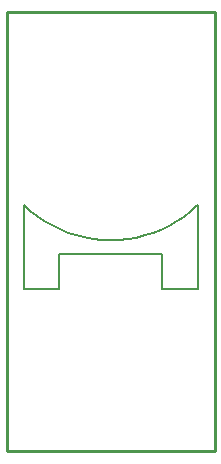
<source format=gm1>
%FSTAX44Y44*%
%MOMM*%
%SFA1B1*%

%IPPOS*%
%ADD19C,0.253999*%
%ADD26C,0.127000*%
%LNpcb2-1*%
%LPD*%
G54D19*
X00746624Y00673404D02*
X00922624D01*
Y00846002*
X00746624Y00687022D02*
Y00859502D01*
Y01045482D02*
X00922624D01*
X00746624Y00873002D02*
Y01045482D01*
X00922624Y00873002D02*
Y01045482D01*
X00746624Y00673404D02*
Y00846002D01*
X00922624D02*
Y00873002D01*
X00746624Y00846002D02*
Y00873002D01*
G54D26*
X00761001Y00882129D02*
D01*
X0076647Y00877175*
X00772271Y00872615*
X00778376Y0086847*
X00784756Y00864761*
X00791378Y00861507*
X00798212Y00858722*
X00805223Y0085642*
X00812377Y00854614*
X0081964Y00853311*
X00826977Y00852517*
X00834351Y00852238*
X00841726Y00852473*
X00849067Y00853222*
X00856338Y00854482*
X00863503Y00856245*
X00870528Y00858505*
X00877378Y00861248*
X0088402Y00864463*
X00890421Y00868133*
X00896551Y00872241*
X0090238Y00876767*
X00907878Y00881688*
X00908289Y00882085*
Y00810974D02*
Y00882085D01*
X00878289Y00810974D02*
Y00840974D01*
X00790958D02*
X00878289D01*
Y00810974D02*
X00908289D01*
Y0082042*
X009017Y00810974D02*
X00908289D01*
X00790958D02*
Y00840974D01*
X00760958Y00810974D02*
X00790958D01*
X00760958D02*
Y00882085D01*
X0092329Y0082042D02*
Y00891531D01*
M02*
</source>
